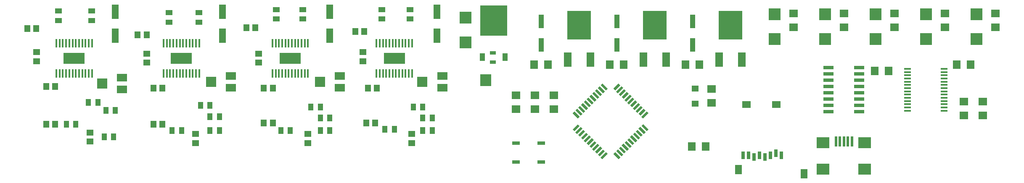
<source format=gtp>
G75*
G70*
%OFA0B0*%
%FSLAX24Y24*%
%IPPOS*%
%LPD*%
%AMOC8*
5,1,8,0,0,1.08239X$1,22.5*
%
%ADD10R,0.0984X0.0866*%
%ADD11R,0.0197X0.0787*%
%ADD12R,0.0709X0.0630*%
%ADD13R,0.0630X0.0709*%
%ADD14R,0.0800X0.0260*%
%ADD15R,0.0551X0.0748*%
%ADD16R,0.0709X0.0551*%
%ADD17R,0.0276X0.0591*%
%ADD18R,0.0630X0.1181*%
%ADD19R,0.1900X0.2250*%
%ADD20R,0.0945X0.0945*%
%ADD21R,0.0394X0.1102*%
%ADD22R,0.2126X0.2441*%
%ADD23R,0.0394X0.0630*%
%ADD24R,0.0472X0.0315*%
%ADD25R,0.0600X0.0300*%
%ADD26R,0.0551X0.0472*%
%ADD27R,0.0591X0.0197*%
%ADD28R,0.0197X0.0591*%
%ADD29R,0.0550X0.0137*%
%ADD30R,0.0787X0.0787*%
%ADD31R,0.0787X0.0630*%
%ADD32R,0.0177X0.0650*%
%ADD33R,0.1701X0.0886*%
%ADD34R,0.0453X0.0571*%
%ADD35R,0.0551X0.0413*%
%ADD36R,0.0413X0.0551*%
%ADD37R,0.0571X0.0453*%
%ADD38R,0.0551X0.1181*%
%ADD39R,0.0500X0.0250*%
%ADD40R,0.0900X0.0960*%
D10*
X066996Y003351D03*
X070304Y003351D03*
X070304Y005437D03*
X066996Y005437D03*
D11*
X068020Y005536D03*
X068335Y005536D03*
X068650Y005536D03*
X068965Y005536D03*
X069280Y005536D03*
D12*
X078150Y007599D03*
X079650Y007599D03*
X079650Y008701D03*
X078150Y008701D03*
X058150Y008599D03*
X058150Y009701D03*
X045650Y009201D03*
X044150Y009201D03*
X042650Y009201D03*
X042650Y008099D03*
X044150Y008099D03*
X045650Y008099D03*
X064650Y014599D03*
X064650Y015701D03*
X068650Y015701D03*
X068650Y014599D03*
X072650Y014599D03*
X072650Y015701D03*
X076650Y015701D03*
X076650Y014599D03*
X080650Y014599D03*
X080650Y015701D03*
D13*
X078701Y011650D03*
X077599Y011650D03*
X072201Y011150D03*
X071099Y011150D03*
X057201Y011650D03*
X056099Y011650D03*
X051201Y011650D03*
X050099Y011650D03*
X045201Y011650D03*
X044099Y011650D03*
X056599Y005150D03*
X057701Y005150D03*
D14*
X067440Y007900D03*
X067440Y008400D03*
X067440Y008900D03*
X067440Y009400D03*
X067440Y009900D03*
X067440Y010400D03*
X067440Y010900D03*
X067440Y011400D03*
X069860Y011400D03*
X069860Y010900D03*
X069860Y010400D03*
X069860Y009900D03*
X069860Y009400D03*
X069860Y008900D03*
X069860Y008400D03*
X069860Y007900D03*
D15*
X060307Y003319D03*
X065504Y002965D03*
D16*
X063300Y008477D03*
X060937Y008477D03*
D17*
X063260Y004619D03*
X062827Y004461D03*
X062394Y004304D03*
X061961Y004461D03*
X061528Y004304D03*
X061095Y004461D03*
X060662Y004461D03*
X063693Y004461D03*
D18*
X060548Y012059D03*
X058752Y012059D03*
X054548Y012059D03*
X052752Y012059D03*
X048548Y012059D03*
X046752Y012059D03*
D19*
X047650Y014775D03*
X053650Y014775D03*
X059650Y014775D03*
D20*
X063150Y015634D03*
X067150Y015634D03*
X071150Y015634D03*
X075150Y015634D03*
X079150Y015634D03*
X079150Y013666D03*
X075150Y013666D03*
X071150Y013666D03*
X067150Y013666D03*
X063150Y013666D03*
X038650Y013416D03*
X038650Y015384D03*
D21*
X044650Y015075D03*
X050650Y015075D03*
X056650Y015075D03*
X056650Y013225D03*
X050650Y013225D03*
X044650Y013225D03*
D22*
X040900Y015134D03*
D23*
X040002Y012260D03*
X041798Y012260D03*
D24*
X040838Y012567D03*
X040838Y011858D03*
D25*
X042650Y005400D03*
X044650Y005400D03*
X044650Y003900D03*
X042650Y003900D03*
D26*
X056850Y008559D03*
X056850Y009741D03*
D27*
G36*
X049510Y010155D02*
X049926Y009739D01*
X049788Y009601D01*
X049372Y010017D01*
X049510Y010155D01*
G37*
G36*
X049287Y009932D02*
X049703Y009516D01*
X049565Y009378D01*
X049149Y009794D01*
X049287Y009932D01*
G37*
G36*
X049064Y009710D02*
X049480Y009294D01*
X049342Y009156D01*
X048926Y009572D01*
X049064Y009710D01*
G37*
G36*
X048842Y009487D02*
X049258Y009071D01*
X049120Y008933D01*
X048704Y009349D01*
X048842Y009487D01*
G37*
G36*
X048619Y009264D02*
X049035Y008848D01*
X048897Y008710D01*
X048481Y009126D01*
X048619Y009264D01*
G37*
G36*
X048396Y009042D02*
X048812Y008626D01*
X048674Y008488D01*
X048258Y008904D01*
X048396Y009042D01*
G37*
G36*
X048174Y008819D02*
X048590Y008403D01*
X048452Y008265D01*
X048036Y008681D01*
X048174Y008819D01*
G37*
G36*
X047951Y008596D02*
X048367Y008180D01*
X048229Y008042D01*
X047813Y008458D01*
X047951Y008596D01*
G37*
G36*
X047728Y008374D02*
X048144Y007958D01*
X048006Y007820D01*
X047590Y008236D01*
X047728Y008374D01*
G37*
G36*
X047506Y008151D02*
X047922Y007735D01*
X047784Y007597D01*
X047368Y008013D01*
X047506Y008151D01*
G37*
G36*
X047283Y007928D02*
X047699Y007512D01*
X047561Y007374D01*
X047145Y007790D01*
X047283Y007928D01*
G37*
G36*
X052294Y006480D02*
X052710Y006064D01*
X052572Y005926D01*
X052156Y006342D01*
X052294Y006480D01*
G37*
G36*
X052516Y006703D02*
X052932Y006287D01*
X052794Y006149D01*
X052378Y006565D01*
X052516Y006703D01*
G37*
G36*
X052739Y006926D02*
X053155Y006510D01*
X053017Y006372D01*
X052601Y006788D01*
X052739Y006926D01*
G37*
G36*
X052071Y006258D02*
X052487Y005842D01*
X052349Y005704D01*
X051933Y006120D01*
X052071Y006258D01*
G37*
G36*
X051848Y006035D02*
X052264Y005619D01*
X052126Y005481D01*
X051710Y005897D01*
X051848Y006035D01*
G37*
G36*
X051626Y005812D02*
X052042Y005396D01*
X051904Y005258D01*
X051488Y005674D01*
X051626Y005812D01*
G37*
G36*
X051403Y005590D02*
X051819Y005174D01*
X051681Y005036D01*
X051265Y005452D01*
X051403Y005590D01*
G37*
G36*
X051180Y005367D02*
X051596Y004951D01*
X051458Y004813D01*
X051042Y005229D01*
X051180Y005367D01*
G37*
G36*
X050958Y005144D02*
X051374Y004728D01*
X051236Y004590D01*
X050820Y005006D01*
X050958Y005144D01*
G37*
G36*
X050735Y004922D02*
X051151Y004506D01*
X051013Y004368D01*
X050597Y004784D01*
X050735Y004922D01*
G37*
G36*
X050512Y004699D02*
X050928Y004283D01*
X050790Y004145D01*
X050374Y004561D01*
X050512Y004699D01*
G37*
D28*
G36*
X049788Y004699D02*
X049926Y004561D01*
X049510Y004145D01*
X049372Y004283D01*
X049788Y004699D01*
G37*
G36*
X049565Y004922D02*
X049703Y004784D01*
X049287Y004368D01*
X049149Y004506D01*
X049565Y004922D01*
G37*
G36*
X049342Y005144D02*
X049480Y005006D01*
X049064Y004590D01*
X048926Y004728D01*
X049342Y005144D01*
G37*
G36*
X049120Y005367D02*
X049258Y005229D01*
X048842Y004813D01*
X048704Y004951D01*
X049120Y005367D01*
G37*
G36*
X048897Y005590D02*
X049035Y005452D01*
X048619Y005036D01*
X048481Y005174D01*
X048897Y005590D01*
G37*
G36*
X048674Y005812D02*
X048812Y005674D01*
X048396Y005258D01*
X048258Y005396D01*
X048674Y005812D01*
G37*
G36*
X048452Y006035D02*
X048590Y005897D01*
X048174Y005481D01*
X048036Y005619D01*
X048452Y006035D01*
G37*
G36*
X048229Y006258D02*
X048367Y006120D01*
X047951Y005704D01*
X047813Y005842D01*
X048229Y006258D01*
G37*
G36*
X048006Y006480D02*
X048144Y006342D01*
X047728Y005926D01*
X047590Y006064D01*
X048006Y006480D01*
G37*
G36*
X047784Y006703D02*
X047922Y006565D01*
X047506Y006149D01*
X047368Y006287D01*
X047784Y006703D01*
G37*
G36*
X047561Y006926D02*
X047699Y006788D01*
X047283Y006372D01*
X047145Y006510D01*
X047561Y006926D01*
G37*
G36*
X052349Y008596D02*
X052487Y008458D01*
X052071Y008042D01*
X051933Y008180D01*
X052349Y008596D01*
G37*
G36*
X052126Y008819D02*
X052264Y008681D01*
X051848Y008265D01*
X051710Y008403D01*
X052126Y008819D01*
G37*
G36*
X051904Y009042D02*
X052042Y008904D01*
X051626Y008488D01*
X051488Y008626D01*
X051904Y009042D01*
G37*
G36*
X051681Y009264D02*
X051819Y009126D01*
X051403Y008710D01*
X051265Y008848D01*
X051681Y009264D01*
G37*
G36*
X051458Y009487D02*
X051596Y009349D01*
X051180Y008933D01*
X051042Y009071D01*
X051458Y009487D01*
G37*
G36*
X051236Y009710D02*
X051374Y009572D01*
X050958Y009156D01*
X050820Y009294D01*
X051236Y009710D01*
G37*
G36*
X051013Y009932D02*
X051151Y009794D01*
X050735Y009378D01*
X050597Y009516D01*
X051013Y009932D01*
G37*
G36*
X050790Y010155D02*
X050928Y010017D01*
X050512Y009601D01*
X050374Y009739D01*
X050790Y010155D01*
G37*
G36*
X052572Y008374D02*
X052710Y008236D01*
X052294Y007820D01*
X052156Y007958D01*
X052572Y008374D01*
G37*
G36*
X052794Y008151D02*
X052932Y008013D01*
X052516Y007597D01*
X052378Y007735D01*
X052794Y008151D01*
G37*
G36*
X053017Y007928D02*
X053155Y007790D01*
X052739Y007374D01*
X052601Y007512D01*
X053017Y007928D01*
G37*
D29*
X073711Y007987D03*
X073711Y008243D03*
X073711Y008498D03*
X073711Y008754D03*
X073711Y009010D03*
X073711Y009266D03*
X073711Y009522D03*
X073711Y009778D03*
X073711Y010034D03*
X073711Y010290D03*
X073711Y010546D03*
X073711Y010802D03*
X073711Y011057D03*
X073711Y011313D03*
X076589Y011313D03*
X076589Y011057D03*
X076589Y010802D03*
X076589Y010546D03*
X076589Y010290D03*
X076589Y010034D03*
X076589Y009778D03*
X076589Y009522D03*
X076589Y009266D03*
X076589Y009010D03*
X076589Y008754D03*
X076589Y008498D03*
X076589Y008243D03*
X076589Y007987D03*
D30*
X035238Y010275D03*
X027113Y010275D03*
X018488Y010275D03*
X009863Y010150D03*
D31*
X011437Y009687D03*
X011437Y010613D03*
X020062Y010738D03*
X020062Y009812D03*
X028687Y009812D03*
X028687Y010738D03*
X036812Y010738D03*
X036812Y009812D03*
D32*
X034423Y010930D03*
X034167Y010930D03*
X033911Y010930D03*
X033655Y010930D03*
X033399Y010930D03*
X033143Y010930D03*
X032887Y010930D03*
X032631Y010930D03*
X032375Y010930D03*
X032119Y010930D03*
X031864Y010930D03*
X031608Y010930D03*
X026173Y010930D03*
X025917Y010930D03*
X025661Y010930D03*
X025405Y010930D03*
X025149Y010930D03*
X024893Y010930D03*
X024637Y010930D03*
X024381Y010930D03*
X024125Y010930D03*
X023869Y010930D03*
X023614Y010930D03*
X023358Y010930D03*
X017548Y010930D03*
X017292Y010930D03*
X017036Y010930D03*
X016780Y010930D03*
X016524Y010930D03*
X016268Y010930D03*
X016012Y010930D03*
X015756Y010930D03*
X015500Y010930D03*
X015244Y010930D03*
X014989Y010930D03*
X014733Y010930D03*
X009048Y010930D03*
X008792Y010930D03*
X008536Y010930D03*
X008280Y010930D03*
X008024Y010930D03*
X007768Y010930D03*
X007512Y010930D03*
X007256Y010930D03*
X007000Y010930D03*
X006744Y010930D03*
X006489Y010930D03*
X006233Y010930D03*
X006233Y013331D03*
X006489Y013331D03*
X006744Y013331D03*
X007000Y013331D03*
X007256Y013331D03*
X007512Y013331D03*
X007768Y013331D03*
X008024Y013331D03*
X008280Y013331D03*
X008536Y013331D03*
X008792Y013331D03*
X009048Y013331D03*
X014733Y013331D03*
X014989Y013331D03*
X015244Y013331D03*
X015500Y013331D03*
X015756Y013331D03*
X016012Y013331D03*
X016268Y013331D03*
X016524Y013331D03*
X016780Y013331D03*
X017036Y013331D03*
X017292Y013331D03*
X017548Y013331D03*
X023358Y013331D03*
X023614Y013331D03*
X023869Y013331D03*
X024125Y013331D03*
X024381Y013331D03*
X024637Y013331D03*
X024893Y013331D03*
X025149Y013331D03*
X025405Y013331D03*
X025661Y013331D03*
X025917Y013331D03*
X026173Y013331D03*
X031608Y013331D03*
X031864Y013331D03*
X032119Y013331D03*
X032375Y013331D03*
X032631Y013331D03*
X032887Y013331D03*
X033143Y013331D03*
X033399Y013331D03*
X033655Y013331D03*
X033911Y013331D03*
X034167Y013331D03*
X034423Y013331D03*
D33*
X033015Y012150D03*
X024765Y012150D03*
X016140Y012150D03*
X007640Y012150D03*
D34*
X012671Y014025D03*
X013379Y014025D03*
X021296Y014588D03*
X022004Y014588D03*
X029921Y014275D03*
X030629Y014275D03*
X030921Y009775D03*
X031629Y009775D03*
X023379Y009775D03*
X022671Y009775D03*
X014629Y009775D03*
X013921Y009775D03*
X006129Y009900D03*
X005421Y009900D03*
X005421Y006900D03*
X006129Y006900D03*
X013921Y006900D03*
X014629Y006900D03*
X022671Y007025D03*
X023379Y007025D03*
X030796Y007025D03*
X031504Y007025D03*
X004629Y014525D03*
X003921Y014525D03*
D35*
X006400Y015151D03*
X006400Y015899D03*
X009025Y015899D03*
X009025Y015151D03*
X015150Y015026D03*
X015150Y015774D03*
X017525Y015774D03*
X017525Y015026D03*
X023650Y015276D03*
X025775Y015276D03*
X025775Y016024D03*
X023650Y016024D03*
X032025Y016024D03*
X034275Y016024D03*
X034275Y015276D03*
X032025Y015276D03*
D36*
X009524Y008650D03*
X008776Y008650D03*
X010151Y008025D03*
X010899Y008025D03*
X007774Y006900D03*
X007026Y006900D03*
X010026Y005900D03*
X010774Y005900D03*
X015401Y006400D03*
X016149Y006400D03*
X018401Y006400D03*
X019149Y006400D03*
X019149Y007525D03*
X018401Y007525D03*
X018399Y008400D03*
X017651Y008400D03*
X024026Y006400D03*
X024774Y006400D03*
X027151Y006400D03*
X027899Y006400D03*
X027899Y007400D03*
X027151Y007400D03*
X027149Y008275D03*
X026401Y008275D03*
X032276Y006525D03*
X033024Y006525D03*
X035276Y006400D03*
X036024Y006400D03*
X036024Y007400D03*
X035276Y007400D03*
X035274Y008275D03*
X034526Y008275D03*
D37*
X017275Y005421D03*
X017275Y006129D03*
X008900Y006254D03*
X008900Y005546D03*
X026150Y005421D03*
X026150Y006129D03*
X034400Y006129D03*
X034400Y005421D03*
X022275Y011796D03*
X022275Y012504D03*
X030525Y012629D03*
X030525Y011921D03*
X013400Y011796D03*
X013400Y012504D03*
X004650Y012629D03*
X004650Y011921D03*
D38*
X010900Y013955D03*
X010900Y015845D03*
X019400Y015845D03*
X019400Y013955D03*
X027900Y013955D03*
X027900Y015845D03*
X036400Y015845D03*
X036400Y013955D03*
D39*
X040275Y010562D03*
X040275Y010238D03*
D40*
X040275Y010400D03*
M02*

</source>
